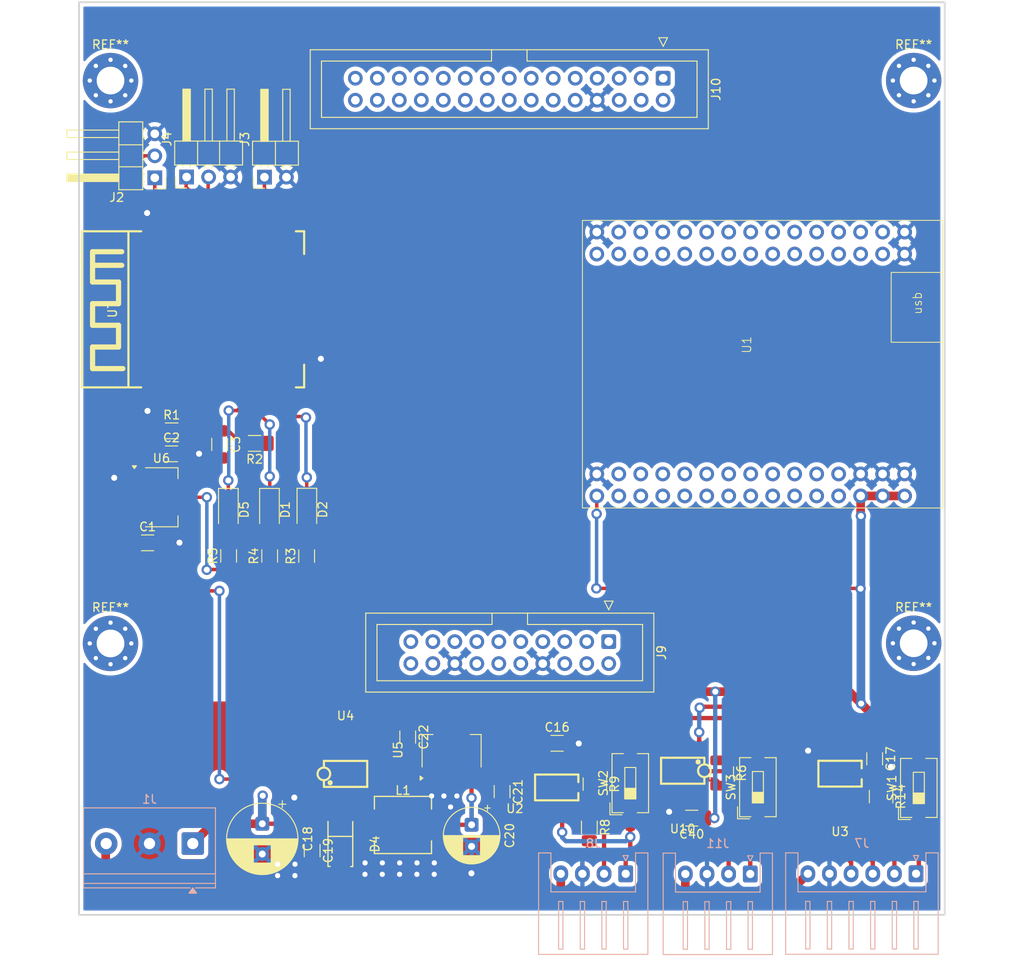
<source format=kicad_pcb>
(kicad_pcb (version 20241229) (generator "pcbnew") (generator_version "9.0")
  (layers (0 "F.Cu" signal) (2 "B.Cu" signal) (13 "F.Paste" user) (15 "B.Paste" user) (5 "F.SilkS" user "F.Silkscreen") (7 "B.SilkS" user "B.Silkscreen") (1 "F.Mask" user) (3 "B.Mask" user) (25 "Edge.Cuts" user))
  (net 0 "")
  (net 1 "GND")
  (net 2 "/SPI_I2C_UART_expansion/UART3_Tx")
  (net 3 "+12V")
  (net 4 "+5V")
  (net 5 "+3.3V")
  (net 6 "/SPI_I2C_UART_expansion/SPI1_MOSI")
  (net 7 "/SPI_I2C_UART_expansion/SPI1_CLK")
  (net 8 "/CAN/CAN_H")
  (net 9 "/CAN/CAN_L")
  (net 10 "Earth")
  (net 11 "/SPI_I2C_UART_expansion/SPI1_MISO")
  (net 12 "/SPI_I2C_UART_expansion/I2C1_SDA")
  (net 13 "/SPI_I2C_UART_expansion/SPI1_CS1")
  (net 14 "/SPI_I2C_UART_expansion/I2C1_SCL")
  (net 15 "/SPI_I2C_UART_expansion/UART6_Tx")
  (net 16 "/SPI_I2C_UART_expansion/UART3_Rx")
  (net 17 "/SPI_I2C_UART_expansion/UART6_Rx")
  (net 18 "/SPI_I2C_UART_expansion/SPI1_CS2")
  (net 19 "/RS485/DI")
  (net 20 "/RS485/RO")
  (net 21 "Net-(D4-K)")
  (net 22 "/CAN/CAN_RXD")
  (net 27 "/RS485/B2")
  (net 69 "/CAN/CAN_TXD")
  (net 74 "Net-(U7-EN)")
  (net 79 "/Esp32/SPI_MISO")
  (net 80 "/Esp32/SPI_MOSI")
  (net 87 "/Esp32/INDESP_LED0")
  (net 92 "Net-(U2-RS)")
  (net 94 "/RS485/B")
  (net 95 "/RS485/A")
  (net 96 "/RS485/Z")
  (net 97 "/RS485/Y")
  (net 104 "/Esp32/SPI_CS")
  (net 106 "/Esp32/SPI_CLK")
  (net 111 "+3.3VESP")
  (net 112 "/Esp32/INDESP_LED2")
  (net 113 "Net-(R9-Pad1)")
  (net 114 "Net-(R14-Pad1)")
  (net 115 "/Esp32/INDESP_LED1")
  (net 118 "/AuxIO/PB15(TIM1_CH3N)")
  (net 120 "/AuxIO/PA10(TIM1_CH3)")
  (net 122 "/AuxIO/PA8(TIM1_CH1)")
  (net 123 "/AuxIO/PA9(TIM1_CH2)")
  (net 125 "/AuxIO/PB13(TIM1_CH1N)")
  (net 133 "/AuxIO/PB14(TIM1_CH2N)")
  (net 146 "/SPI_I2C_UART_expansion/SPI1_CS4")
  (net 148 "/SPI_I2C_UART_expansion/SPI1_CS3")
  (net 149 "/RS485/A2")
  (net 150 "Net-(R6-Pad1)")
  (net 151 "/RS485/nRE{slash}DE")
  (net 152 "Net-(D1-A)")
  (net 153 "Net-(D2-A)")
  (net 154 "/Esp32/EN")
  (net 155 "Net-(D5-A)")
  (net 156 "Net-(J3-Pin_1)")
  (net 157 "Net-(J2-Pin_1)")
  (net 158 "Net-(J2-Pin_2)")
  (net 159 "Net-(J4-Pin_1)")
  (net 160 "Net-(J4-Pin_2)")
  (footprint "EasyEDA:SOIC-8_L5.0-W4.0-P1.27-LS6.0-BL" (layer "F.Cu") (at 130.79 133.72)
    (property "Reference" "U4")
    (property "Value" "XL1509-5.0E1")
  )
  (footprint "libMain:WeAct_STM32F12" (layer "F.Cu") (at 177.77 85.36 90)
    (property "Reference" "U1")
    (property "Value" "~")
  )
  (footprint "Button_Switch_SMD:SW_DIP_SPSTx01_Slide_6.7x4.1mm_W8.61mm_P2.54mm_LowProfile" (layer "F.Cu") (at 197.01 135.34 90)
    (property "Reference" "SW1")
    (property "Value" "SW_DIP_x01")
  )
  (footprint "Capacitor_SMD:C_1206_3216Metric_Pad1.33x1.80mm_HandSolder" (layer "F.Cu") (at 137.97 129.46 -90)
    (property "Reference" "C22")
    (property "Value" "10u")
  )
  (footprint "Resistor_SMD:R_1206_3216Metric_Pad1.30x1.75mm_HandSolder" (layer "F.Cu") (at 126.295 108.56 90)
    (property "Reference" "R3")
    (property "Value" "1k")
  )
  (footprint "LED_SMD:LED_1206_3216Metric_Pad1.42x1.75mm_HandSolder" (layer "F.Cu") (at 117.25 103.2025 -90)
    (property "Reference" "D5")
    (property "Value" "LED")
  )
  (footprint "Connector_PinHeader_2.54mm:PinHeader_1x03_P2.54mm_Horizontal" (layer "F.Cu") (at 112.43 64.77 90)
    (property "Reference" "J4")
    (property "Value" "Conn_01x03_Pin")
  )
  (footprint "LED_SMD:LED_1206_3216Metric_Pad1.42x1.75mm_HandSolder" (layer "F.Cu") (at 122 103.2075 -90)
    (property "Reference" "D1")
    (property "Value" "LED")
  )
  (footprint "MountingHole:MountingHole_3.2mm_M3_Pad_Via" (layer "F.Cu") (at 103.64 53.63)
    (property "Reference" "REF**")
    (property "Value" "MountingHole_3.2mm_M3_Pad_Via")
  )
  (footprint "Resistor_SMD:R_1206_3216Metric_Pad1.30x1.75mm_HandSolder" (layer "F.Cu") (at 120.285 95.54 180)
    (property "Reference" "R2")
    (property "Value" "470")
  )
  (footprint "MountingHole:MountingHole_3.2mm_M3_Pad_Via" (layer "F.Cu") (at 103.64 118.65)
    (property "Reference" "REF**")
    (property "Value" "MountingHole_3.2mm_M3_Pad_Via")
  )
  (footprint "Connector_IDC:IDC-Header_2x10_P2.54mm_Vertical" (layer "F.Cu") (at 161.19 118.44 -90)
    (property "Reference" "J9")
    (property "Value" "Conn_02x10_Odd_Even")
  )
  (footprint "Connector_PinHeader_2.54mm:PinHeader_1x02_P2.54mm_Horizontal" (layer "F.Cu") (at 121.42 64.79 90)
    (property "Reference" "J3")
    (property "Value" "Conn_01x02_Pin")
  )
  (footprint "Resistor_SMD:R_1206_3216Metric_Pad1.30x1.75mm_HandSolder" (layer "F.Cu") (at 110.705 94.09)
    (property "Reference" "R1")
    (property "Value" "10k")
  )
  (footprint "Resistor_SMD:R_1206_3216Metric_Pad1.30x1.75mm_HandSolder" (layer "F.Cu") (at 122.025 108.55 90)
    (property "Reference" "R4")
    (property "Value" "1k")
  )
  (footprint "Resistor_SMD:R_1210_3225Metric" (layer "F.Cu") (at 174.25 133.62 -90)
    (property "Reference" "R6")
    (property "Value" "120")
  )
  (footprint "EasyEDA:IND-SMD_L7.1-W6.6_H5.0" (layer "F.Cu") (at 137.42 139.62)
    (property "Reference" "L1")
    (property "Value" "SMMS0650-680M")
  )
  (footprint "Button_Switch_SMD:SW_DIP_SPSTx01_Slide_6.7x4.1mm_W8.61mm_P2.54mm_LowProfile" (layer "F.Cu") (at 163.68 134.79 90)
    (property "Reference" "SW2")
    (property "Value" "SW_DIP_x01")
  )
  (footprint "MountingHole:MountingHole_3.2mm_M3_Pad_Via" (layer "F.Cu") (at 196.412944 53.627056)
    (property "Reference" "REF**")
    (property "Value" "MountingHole_3.2mm_M3_Pad_Via")
  )
  (footprint "Resistor_SMD:R_1210_3225Metric" (layer "F.Cu") (at 159.59 134.895 -90)
    (property "Reference" "R9")
    (property "Value" "120")
  )
  (footprint "Capacitor_SMD:C_1206_3216Metric_Pad1.33x1.80mm_HandSolder" (layer "F.Cu") (at 107.925 107.0275)
    (property "Reference" "C1")
    (property "Value" "10u")
  )
  (footprint "Capacitor_THT:CP_Radial_D6.3mm_P2.50mm" (layer "F.Cu") (at 145.35 139.597621 -90)
    (property "Reference" "C20")
    (property "Value" "180uF-10V")
  )
  (footprint "Capacitor_SMD:C_1206_3216Metric_Pad1.33x1.80mm_HandSolder" (layer "F.Cu") (at 126.93 142.58 -90)
    (property "Reference" "C19")
    (property "Value" "1u-50V")
  )
  (footprint "Capacitor_SMD:C_1206_3216Metric_Pad1.33x1.80mm_HandSolder" (layer "F.Cu") (at 191.91 131.98 -90)
    (property "Reference" "C17")
    (property "Value" "0.1u")
  )
  (footprint "Capacitor_SMD:C_1206_3216Metric_Pad1.33x1.80mm_HandSolder" (layer "F.Cu") (at 148.87 135.77 -90)
    (property "Reference" "C21")
    (property "Value" "10u")
  )
  (footprint "Capacitor_THT:CP_Radial_D8.0mm_P3.50mm" (layer "F.Cu") (at 121.17 139.477349 -90)
    (property "Reference" "C18")
    (property "Value" "100uF-35V")
  )
  (footprint "Button_Switch_SMD:SW_DIP_SPSTx01_Slide_6.7x4.1mm_W8.61mm_P2.54mm_LowProfile" (layer "F.Cu") (at 178.42 135.255 90)
    (property "Reference" "SW3")
    (property "Value" "SW_DIP_x01")
  )
  (footprint "MountingHole:MountingHole_3.2mm_M3_Pad_Via" (layer "F.Cu") (at 196.412944 118.63)
    (property "Reference" "REF**")
    (property "Value" "MountingHole_3.2mm_M3_Pad_Via")
  )
  (footprint "Capacitor_SMD:C_1206_3216Metric_Pad1.33x1.80mm_HandSolder" (layer "F.Cu") (at 155.23 130.185)
    (property "Reference" "C16")
    (property "Value" "100n")
  )
  (footprint "EasyEDA:SOP-8_L4.9-W3.9-P1.27-LS6.0-BL" (layer "F.Cu") (at 187.91 133.705 180)
    (property "Reference" "U3")
    (property "Value" "SIT3490EESA")
  )
  (footprint "EasyEDA:SMA_L4.3-W2.6-LS5.2-RD" (layer "F.Cu") (at 130.19 141.82 -90)
    (property "Reference" "D4")
    (property "Value" "SS34_C8678")
  )
  (footprint "Connector_IDC:IDC-Header_2x15_P2.54mm_Vertical" (layer "F.Cu") (at 167.48 53.36 -90)
    (property "Reference" "J10")
    (property "Value" "Conn_02x15_Odd_Even")
  )
  (footprint "Capacitor_SMD:C_1206_3216Metric_Pad1.33x1.80mm_HandSolder" (layer "F.Cu") (at 170.78 138.83 180)
    (property "Reference" "C40")
    (property "Value" "0.1u")
  )
  (footprint "EasyEDA:SOIC-8_L5.0-W4.0-P1.27-LS6.0-BL" (layer "F.Cu") (at 169.735005 133.355 180)
    (property "Reference" "U10")
    (property "Value" "SP3485EN-L/TR")
  )
  (footprint "Resistor_SMD:R_1206_3216Metric_Pad1.30x1.75mm_HandSolder" (layer "F.Cu") (at 117.285 108.53625 90)
    (property "Reference" "R5")
    (property "Value" "1k")
  )
  (footprint "EasyEDA:WIFIM-SMD_ESP32-WROOM-32-N4" (layer "F.Cu") (at 116.875 80.05 90)
    (property "Reference" "U7")
    (property "Value" "ESP32-WROOM-32")
  )
  (footprint "Package_TO_SOT_SMD:SOT-223-3_TabPin2" (layer "F.Cu") (at 109.525 101.765)
    (property "Reference" "U6")
    (property "Value" "AMS1117-3.3")
  )
  (footprint "Capacitor_SMD:C_1206_3216Metric_Pad1.33x1.80mm_HandSolder" (layer "F.Cu") (at 116.245 95.6575 -90)
    (property "Reference" "C3")
    (property "Value" "0.1u")
  )
  (footprint "EasyEDA:SOP-8_L4.9-W3.9-P1.27-LS6.0-BL" (layer "F.Cu") (at 155.18 135.295 180)
    (property "Reference" "U2")
    (property "Value" "SIT65HVD230DR")
  )
  (footprint "Resistor_SMD:R_1210_3225Metric" (layer "F.Cu") (at 192.65 136.34 -90)
    (property "Reference" "R14")
    (property "Value" "120")
  )
  (footprint "Package_TO_SOT_SMD:SOT-223-3_TabPin2" (layer "F.Cu") (at 143.04 131.08 90)
    (property "Reference" "U5")
    (property "Value" "AMS1117-3.3")
  )
  (footprint "Resistor_SMD:R_1206_3216Metric_Pad1.30x1.75mm_HandSolder" (layer "F.Cu") (at 158.95 139.89 -90)
    (property "Reference" "R8")
    (property "Value" "10k")
  )
  (footprint "LED_SMD:LED_1206_3216Metric_Pad1.42x1.75mm_HandSolder" (layer "F.Cu") (at 126.32 103.19 -90)
    (property "Reference" "D2")
    (property "Value" "LED")
  )
  (footprint "Connector_PinHeader_2.54mm:PinHeader_1x03_P2.54mm_Horizontal" (layer "F.Cu") (at 108.75 64.86 180)
    (property "Reference" "J2")
    (property "Value" "Conn_01x03_Pin")
  )
  (footprint "Capacitor_SMD:C_1206_3216Metric_Pad1.33x1.80mm_HandSolder" (layer "F.Cu") (at 110.685 96.7475)
    (property "Reference" "C2")
    (property "Value" "10u")
  )
  (footprint "Connector_JST:JST_XH_S4B-XH-A_1x04_P2.50mm_Horizontal" (layer "B.Cu") (at 177.54 145.28 180)
    (property "Reference" "J11")
    (property "Value" "Conn_01x04_Pin")
  )
  (footprint "Connector_JST:JST_XH_S6B-XH-A_1x06_P2.50mm_Horizontal" (layer "B.Cu") (at 196.69 145.25 180)
    (property "Reference" "J7")
    (property "Value" "Conn_01x06_Pin")
  )
  (footprint "TerminalBlock_Phoenix:TerminalBlock_Phoenix_PT-1,5-3-5.0-H_1x03_P5.00mm_Horizontal" (layer "B.Cu") (at 113.14 141.7675 180)
    (property "Reference" "J1")
    (property "Value" "Screw_Terminal_01x03")
  )
  (footprint "Connector_JST:JST_XH_S4B-XH-A_1x04_P2.50mm_Horizontal" (layer "B.Cu") (at 163.15 145.26 180)
    (property "Reference" "J8")
    (property "Value" "Conn_01x04_Pin")
  )
  (gr_rect (start 100 44.58) (end 200 150) (stroke (width 0.2)) (fill no) (layer "Edge.Cuts"))
  (segment (start 107.865 91.74) (end 107.865 89.05) (width 0.5) (layer "F.Cu") (net 1))
  (segment (start 126.93 144.1425) (end 122.335151 144.1425) (width 0.5) (layer "F.Cu") (net 1))
  (segment (start 137.9575 131.01) (end 137.97 131.0225) (width 0.5) (layer "F.Cu") (net 1))
  (segment (start 184.235 131.025) (end 184.22 131.04) (width 0.5) (layer "F.Cu") (net 1))
  (segment (start 109.045 80.73) (end 107.865 81.91) (width 0.5) (layer "F.Cu") (net 1))
  (segment (start 112.2475 96.7475) (end 113.855 96.7475) (width 0.5) (layer "F.Cu") (net 1))
  (segment (start 168.165 138.095) (end 168.9 138.83) (width 0.5) (layer "F.Cu") (net 1))
  (segment (start 168.9 138.83) (end 169.83 138.83) (width 0.5) (layer "F.Cu") (net 1))
  (segment (start 140.74 134.23) (end 140.74 136.26) (width 0.5) (layer "F.Cu") (net 1))
  (segment (start 106.375 99.465) (end 104.1175 99.465) (width 0.5) (layer "F.Cu") (net 1))
  (segment (start 130.19 144.02) (end 127.0525 144.02) (width 0.5) (layer "F.Cu") (net 1))
  (segment (start 113.855 96.7475) (end 113.865 96.7375) (width 0.5) (layer "F.Cu") (net 1))
  (segment (start 104.1175 99.465) (end 104.065 99.5175) (width 0.5) (layer "F.Cu") (net 1))
  (segment (start 115.215 80.73) (end 109.045 80.73) (width 0.5) (layer "F.Cu") (net 1))
  (segment (start 127.9375 85.77) (end 125.885 85.77) (width 0.5) (layer "F.Cu") (net 1))
  (segment (start 157.73 130.21) (end 156.205 130.21) (width 0.5) (layer "F.Cu") (net 1))
  (segment (start 143.427621 144.02) (end 145.35 142.097621) (width 0.5) (layer "F.Cu") (net 1))
  (segment (start 120.5 85.77) (end 115.46 80.73) (width 0.5) (layer "F.Cu") (net 1))
  (segment (start 127.0525 144.02) (end 126.93 144.1425) (width 0.5) (layer "F.Cu") (net 1))
  (segment (start 148.87 140.04) (end 148.87 137.3325) (width 0.5) (layer "F.Cu") (net 1))
  (segment (start 128.88 131.01) (end 137.9575 131.01) (width 0.5) (layer "F.Cu") (net 1))
  (segment (start 137.97 131.0225) (end 137.97 132.6) (width 0.5) (layer "F.Cu") (net 1))
  (segment (start 108.92 80.73) (end 107.865 79.675) (width 0.5) (layer "F.Cu") (net 1))
  (segment (start 107.865 79.675) (end 107.865 71.05) (width 0.5) (layer "F.Cu") (net 1))
  (segment (start 116.23 145.27) (end 118.522651 142.977349) (width 1) (layer "F.Cu") (net 1))
  (segment (start 109.4 145.27) (end 116.23 145.27) (width 1) (layer "F.Cu") (net 1))
  (segment (start 156.205 130.21) (end 156.18 130.185) (width 0.5) (layer "F.Cu") (net 1))
  (segment (start 107.865 68.9275) (end 107.865 71.05) (width 0.5) (layer "F.Cu") (net 1))
  (segment (start 107.865 81.91) (end 107.865 89.05) (width 0.5) (layer "F.Cu") (net 1))
  (segment (start 125.885 85.77) (end 120.5 85.77) (width 0.5) (layer "F.Cu") (net 1))
  (segment (start 114.3475 97.22) (end 113.865 96.7375) (width 0.4) (layer "F.Cu") (net 1))
  (segment (start 145.35 142.097621) (end 146.812379 142.097621) (width 0.5) (layer "F.Cu") (net 1))
  (segment (start 156.18 130.96) (end 156.18 130.185) (width 0.5) (layer "F.Cu") (net 1))
  (segment (start 158.95 142.15) (end 158.15 142.95) (width 0.5) (layer "F.Cu") (net 1))
  (segment (start 155.81 132.615) (end 155.81 131.33) (width 0.5) (layer "F.Cu") (net 1))
  (segment (start 108.07 143.94) (end 109.4 145.27) (width 1) (layer "F.Cu") (net 1))
  (segment (start 146.812379 142.097621) (end 148.87 140.04) (width 0.5) (layer "F.Cu") (net 1))
  (segment (start 193.77 132.93) (end 193.79 132.91) (width 0.5) (layer "F.Cu") (net 1))
  (segment (start 111.5875 107.0275) (end 111.605 107.01) (width 0.4) (layer "F.Cu") (net 1))
  (segment (start 158.15 142.95) (end 158.15 145.26) (width 0.5) (layer "F.Cu") (net 1))
  (segment (start 191.91 132.93) (end 193.77 132.93) (width 0.5) (layer "F.Cu") (net 1))
  (segment (start 115.215 80.73) (end 108.92 80.73) (width 0.5) (layer "F.Cu") (net 1))
  (segment (start 168.165 138.095) (end 167.835005 137.765005) (width 0.5) (layer "F.Cu") (net 1))
  (segment (start 118.522651 142.977349) (end 121.17 142.977349) (width 1) (layer "F.Cu") (net 1))
  (segment (start 186.01 131.025) (end 184.235 131.025) (width 0.5) (layer "F.Cu") (net 1))
  (segment (start 115.46 80.73) (end 115.215 80.73) (width 0.5) (layer "F.Cu") (net 1))
  (segment (start 116.245 97.22) (end 114.3475 97.22) (width 0.4) (layer "F.Cu") (net 1))
  (segment (start 122.335151 144.1425) (end 121.17 142.977349) (width 0.5) (layer "F.Cu") (net 1))
  (segment (start 130.19 144.02) (end 143.427621 144.02) (width 0.5) (layer "F.Cu") (net 1))
  (segment (start 108.07 141.8275) (end 108.07 143.94) (width 1) (layer "F.Cu") (net 1))
  (segment (start 167.835005 137.765005) (end 167.835005 136.065) (width 0.5) (layer "F.Cu") (net 1))
  (segment (start 109.4875 107.0275) (end 111.5875 107.0275) (width 0.4) (layer "F.Cu") (net 1))
  (segment (start 155.81 131.33) (end 156.18 130.96) (width 0.5) (layer "F.Cu") (net 1))
  (segment (start 139.6 134.23) (end 140.74 134.23) (width 0.5) (layer "F.Cu") (net 1))
  (segment (start 158.95 141.44) (end 158.95 142.15) (width 0.5) (layer "F.Cu") (net 1))
  (segment (start 137.97 132.6) (end 139.6 134.23) (width 0.5) (layer "F.Cu") (net 1))
  (segment (start 140.74 136.26) (end 140.73 136.27) (width 0.5) (layer "F.Cu") (net 1))
  (via (at 111.605 107.01) (size 1.2) (drill 0.7) (layers "F.Cu" "B.Cu") (net 1))
  (via (at 122.95 144.15) (size 1) (drill 0.6) (layers "F.Cu" "B.Cu") (net 1))
  (via (at 127.9375 85.77) (size 1.2) (drill 0.7) (layers "F.Cu" "B.Cu") (net 1))
  (via (at 135.04 144) (size 1) (drill 0.6) (layers "F.Cu" "B.Cu") (net 1))
  (via (at 143.65 136.27) (size 1) (drill 0.6) (layers "F.Cu" "B.Cu") (net 1))
  (via (at 133.03 145.32) (size 1) (drill 0.6) (layers "F.Cu" "B.Cu") (net 1))
  (via (at 145.33 145.2) (size 1.2) (drill 0.7) (layers "F.Cu" "B.Cu") (net 1))
  (via (at 107.915 91.79) (size 1.2) (drill 0.7) (layers "F.Cu" "B.Cu") (net 1))
  (via (at 142.92 137.54) (size 1) (drill 0.6) (layers "F.Cu" "B.Cu") (net 1))
  (via (at 104.065 99.5175) (size 1.2) (drill 0.7) (layers "F.Cu" "B.Cu") (net 1))
  (via (at 135.03 145.32) (size 1) (drill 0.6) (layers "F.Cu" "B.Cu") (net 1))
  (via (at 124.95 144.15) (size 1) (drill 0.6) (layers "F.Cu" "B.Cu") (net 1))
  (via (at 113.865 96.7375) (size 1.2) (drill 0.7) (layers "F.Cu" "B.Cu") (net 1))
  (via (at 124.87 136.45) (size 1.2) (drill 0.7) (layers "F.Cu" "B.Cu") (net 1))
  (via (at 133.04 144) (size 1) (drill 0.6) (layers "F.Cu" "B.Cu") (net 1))
  (via (at 107.865 68.9275) (size 1.2) (drill 0.7) (layers "F.Cu" "B.Cu") (net 1))
  (via (at 139.03 145.32) (size 1) (drill 0.6) (layers "F.Cu" "B.Cu") (net 1))
  (via (at 184.22 131.04) (size 1.2) (drill 0.7) (layers "F.Cu" "B.Cu") (net 1))
  (via (at 157.73 130.21) (size 1.2) (drill 0.7) (layers "F.Cu" "B.Cu") (net 1))
  (via (at 124.94 145.47) (size 1) (drill 0.6) (layers "F.Cu" "B.Cu") (net 1))
  (via (at 137.03 145.32) (size 1) (drill 0.6) (layers "F.Cu" "B.Cu") (net 1))
  (via (at 141.04 144) (size 1) (drill 0.6) (layers "F.Cu" "B.Cu") (net 1))
  (via (at 122.94 145.47) (size 1) (drill 0.6) (layers "F.Cu" "B.Cu") (net 1))
  (via (at 139.04 144) (size 1) (drill 0.6) (layers "F.Cu" "B.Cu") (net 1))
  (via (at 142.15 136.27) (size 1) (drill 0.6) (layers "F.Cu" "B.Cu") (net 1))
  (via (at 193.79 132.91) (size 1.2) (drill 0.7) (layers "F.Cu" "B.Cu") (net 1))
  (via (at 168.165 138.095) (size 1.2) (drill 0.7) (layers "F.Cu" "B.Cu") (net 1))
  (via (at 140.73 136.27) (size 1) (drill 0.6) (layers "F.Cu" "B.Cu") (net 1))
  (via (at 137.04 144) (size 1) (drill 0.6) (layers "F.Cu" "B.Cu") (net 1))
  (via (at 141.03 145.32) (size 1) (drill 0.6) (layers "F.Cu" "B.Cu") (net 1))
  (segment (start 145.35 142.097621) (end 145.35 145.18) (width 0.5) (layer "B.Cu") (net 1))
  (segment (start 145.35 145.18) (end 145.33 145.2) (width 0.5) (layer "B.Cu") (net 1))
  (segment (start 126.93 139.13) (end 126.93 138.38) (width 0.5) (layer "F.Cu") (net 3))
  (segment (start 126.93 138.38) (end 128.88 136.43) (width 0.5) (layer "F.Cu") (net 3))
  (segment (start 121.17 139.477349) (end 126.582651 139.477349) (width 0.5) (layer "F.Cu") (net 3))
  (segment (start 121.17 139.477349) (end 121.17 136.29) (width 1) (layer "F.Cu") (net 3))
  (segment (start 121.17 136.29) (end 121.22 136.24) (width 1) (layer "F.Cu") (net 3))
  (segment (start 126.582651 139.477349) (end 126.93 139.13) (width 0.5) (layer "F.Cu") (net 3))
  (segment (start 113.07 141.8275) (end 115.420151 139.477349) (width 1) (layer "F.Cu") (net 3))
  (segment (start 126.93 141.0175) (end 126.93 139.13) (width 0.5) (layer "F.Cu") (net 3))
  (segment (start 115.420151 139.477349) (end 121.17 139.477349) (width 1) (layer "F.Cu") (net 3))
  (via (at 121.22 136.24) (size 1.2) (drill 0.7) (layers "F.Cu" "B.Cu") (net 3))
  (segment (start 121.17 136.29) (end 121.22 136.24) (width 1) (layer "B.Cu") (net 3))
  (segment (start 121.17 139.477349) (end 121.17 136.29) (width 1) (layer "B.Cu") (net 3))
  (segment (start 106.3625 104.0775) (end 106.375 104.065) (width 0.5) (layer "F.Cu") (net 4))
  (segment (start 145.34 134.23) (end 145.34 136.5) (width 0.5) (layer "F.Cu") (net 4))
  (segment (start 145.34 136.5) (end 145.34 139.587621) (width 0.5) (layer "F.Cu") (net 4))
  (segment (start 140.33 138.66) (end 140.33 139.62) (width 0.5) (layer "F.Cu") (net 4))
  (segment (start 136 134.33) (end 140.33 138.66) (width 0.5) (layer "F.Cu") (net 4))
  (segment (start 140.352379 139.597621) (end 140.33 139.62) (width 0.5) (layer "F.Cu") (net 4))
  (segment (start 106.3625 110.7925) (end 108.15 112.58) (width 0.4) (layer "F.Cu") (net 4))
  (segment (start 131.87 134.33) (end 136 134.33) (width 0.5) (layer "F.Cu") (net 4))
  (segment (start 118.09 134.32) (end 118.1 134.33) (width 0.4) (layer "F.Cu") (net 4))
  (segment (start 131.42 134.78) (end 131.87 134.33) (width 0.5) (layer "F.Cu") (net 4))
  (segment (start 106.3625 107.0275) (end 106.3625 110.7925) (width 0.4) (layer "F.Cu") (net 4))
  (segment (start 145.34 139.587621) (end 145.35 139.597621) (width 0.5) (layer "F.Cu") (net 4))
  (segment (start 145.3625 134.2075) (end 145.34 134.23) (width 0.5) (layer "F.Cu") (net 4))
  (segment (start 131.42 136.43) (end 131.42 134.78) (width 0.5) (layer "F.Cu") (net 4))
  (segment (start 116.22 134.32) (end 118.09 134.32) (width 0.4) (layer "F.Cu") (net 4))
  (segment (start 145.35 139.597621) (end 140.352379 139.597621) (width 0.5) (layer "F.Cu") (net 4))
  (segment (start 118.1 134.33) (end 131.87 134.33) (width 0.4) (layer "F.Cu") (net 4))
  (segment (start 108.15 112.58) (end 116.22 112.58) (width 0.4) (layer "F.Cu") (net 4))
  (segment (start 148.87 134.2075) (end 145.3625 134.2075) (width 0.5) (layer "F.Cu") (net 4))
  (segment (start 106.3625 107.0275) (end 106.3625 104.0775) (width 0.5) (layer "F.Cu") (net 4))
  (via (at 116.22 134.32) (size 1.2) (drill 0.7) (layers "F.Cu" "B.Cu") (net 4))
  (via (at 145.34 136.5) (size 1.2) (drill 0.7) (layers "F.Cu" "B.Cu") (net 4))
  (via (at 116.22 112.58) (size 1.2) (drill 0.7) (layers "F.Cu" "B.Cu") (net 4))
  (segment (start 116.22 134.32) (end 116.22 112.58) (width 0.4) (layer "B.Cu") (net 4))
  (segment (start 145.35 136.51) (end 145.34 136.5) (width 0.5) (layer "B.Cu") (net 4))
  (segment (start 145.35 139.597621) (end 145.35 136.51) (width 0.5) (layer "B.Cu") (net 4))
  (segment (start 169.46 124.22) (end 173.5 124.22) (width 1) (layer "F.Cu") (net 5))
  (segment (start 173.49 124.44) (end 173.49 124.489) (width 0.5) (layer "F.Cu") (net 5))
  (segment (start 154.32 127.93) (end 155.11 127.14) (width 1) (layer "F.Cu") (net 5))
  (segment (start 171.73 138.83) (end 173.38 138.83) (width 0.5) (layer "F.Cu") (net 5))
  (segment (start 191.91 131.03) (end 189.825 131.03) (width 0.5) (layer "F.Cu") (net 5))
  (segment (start 171.73 138.83) (end 171.73 136.149995) (width 0.5) (layer "F.Cu") (net 5))
  (segment (start 173.5 124.43) (end 173.49 124.44) (width 0.5) (layer "F.Cu") (net 5))
  (segment (start 190.29 101.61) (end 190.29 103.9) (width 1) (layer "F.Cu") (net 5))
  (segment (start 143.04 134.23) (end 143.04 127.93) (width 0.5) (layer "F.Cu") (net 5))
  (segment (start 166.54 127.14) (end 169.46 124.22) (width 1) (layer "F.Cu") (net 5))
  (segment (start 159.76 112.29) (end 190.25 112.29) (width 0.4) (layer "F.Cu") (net 5))
  (segment (start 137.97 127.8975) (end 143.0075 127.8975) (width 0.5) (layer "F.Cu") (net 5))
  (segment (start 190.25 112.29) (end 190.28 112.32) (width 0.4) (layer "F.Cu") (net 5))
  (segment (start 154.55 131.255) (end 154.55 132.615) (width 0.5) (layer "F.Cu") (net 5))
  (segment (start 159.81 101.61) (end 159.81 103.66) (width 0.4) (layer "F.Cu") (net 5))
  (segment (start 191.91 127.16) (end 191.91 131.03) (width 1) (layer "F.Cu") (net 5))
  (segment (start 159.81 103.66) (end 159.79 103.68) (width 0.4) (layer "F.Cu") (net 5))
  (segment (start 154.28 130.185) (end 154.28 130.985) (width 0.5) (layer "F.Cu") (net 5))
  (segment (start 143.0075 127.8975) (end 143.04 127.93) (width 0.5) (layer "F.Cu") (net 5))
  (segment (start 154.28 127.97) (end 154.28 130.185) (width 0.5) (layer "F.Cu") (net 5))
  (segment (start 173.5 124.22) (end 188.97 124.22) (width 1) (layer "F.Cu") (net 5))
  (segment (start 195.37 101.61) (end 190.29 101.61) (width 1) (layer "F.Cu") (net 5))
  (segment (start 190.29 103.9) (end 190.32 103.93) (width 1) (layer "F.Cu") (net 5))
  (segment (start 173.38 138.83) (end 173.39 138.82) (width 0.5) (layer "F.Cu") (net 5))
  (segment (start 154.32 127.93) (end 154.28 127.97) (width 0.5) (layer "F.Cu") (net 5))
  (segment (start 189.825 131.03) (end 189.82 131.025) (width 0.5) (layer "F.Cu") (net 5))
  (segment (start 155.11 127.14) (end 166.54 127.14) (width 1) (layer "F.Cu") (net 5))
  (segment (start 154.32 127.93) (end 143.04 127.93) (width 1) (layer "F.Cu") (net 5))
  (segment (start 188.97 124.22) (end 191.91 127.16) (width 1) (layer "F.Cu") (net 5))
  (segment (start 154.28 130.985) (end 154.55 131.255) (width 0.5) (layer "F.Cu") (net 5))
  (segment (start 173.5 124.22) (end 173.5 124.43) (width 0.5) (layer "F.Cu") (net 5))
  (via (at 190.345 125.595) (size 1.2) (drill 0.7) (layers "F.Cu" "B.Cu") (net 5))
  (via (at 190.32 103.93) (size 1.2) (drill 0.7) (layers "F.Cu" "B.Cu") (net 5))
  (via (at 159.76 112.29) (size 1.2) (drill 0.7) (layers "F.Cu" "B.Cu") (net 5))
  (via (at 173.5 124.22) (size 1.2) (drill 0.7) (layers "F.Cu" "B.Cu") (net 5))
  (via (at 173.39 138.82) (size 1.2) (drill 0.7) (layers "F.Cu" "B.Cu") (net 5))
  (via (at 190.28 112.32) (size 1.2) (drill 0.7) (layers "F.Cu" "B.Cu") (net 5))
  (via (at 159.79 103.68) (size 1.2) (drill 0.7) (layers "F.Cu" "B.Cu") (net 5))
  (segment (start 159.79 103.68) (end 159.79 112.26) (width 0.4) (layer "B.Cu") (net 5))
  (segment (start 173.5 124.43) (end 173.49 124.44) (width 0.5) (layer "B.Cu") (net 5))
  (segment (start 173.49 124.44) (end 173.49 138.72) (width 0.5) (layer "B.Cu") (net 5))
  (segment (start 159.79 112.26) (end 159.76 112.29) (width 0.4) (layer "B.Cu") (net 5))
  (segment (start 173.5 124.22) (end 173.5 124.43) (width 0.5) (layer "B.Cu") (net 5))
  (segment (start 190.345 125.345) (end 190.32 125.32) (width 1) (layer "B.Cu") (net 5))
  (segment (start 190.32 125.32) (end 190.32 103.93) (width 1) (layer "B.Cu") (net 5))
  (segment (start 190.345 125.595) (end 190.345 125.345) (width 1) (layer "B.Cu") (net 5))
  (segment (start 173.49 138.72) (end 173.39 138.82) (width 0.5) (layer "B.Cu") (net 5))
  (segment (start 163.15 142.995) (end 163.15 145.26) (width 0.5) (layer "F.Cu") (net 8))
  (segment (start 163.68 141.485) (end 163.68 142.465) (width 0.5) (layer "F.Cu") (net 8))
  (segment (start 155.81 140.46) (end 155.81 140.685) (width 0.5) (layer "F.Cu") (net 8))
  (segment (start 155.81 137.975) (end 155.81 140.46) (width 0.5) (layer "F.Cu") (net 8))
  (segment (start 163.68 142.465) (end 163.15 142.995) (width 0.5) (layer "F.Cu") (net 8))
  (segment (start 163.68 139.095) (end 163.68 141) (width 0.5) (layer "F.Cu") (net 8))
  (segment (start 163.68 141) (end 163.68 141.485) (width 0.5) (layer "F.Cu") (net 8))
  (via (at 163.68 141) (size 1.2) (drill 0.7) (layers "F.Cu" "B.Cu") (net 8))
  (via (at 155.81 140.46) (size 1.2) (drill 0.7) (layers "F.Cu" "B.Cu") (net 8))
  (segment (start 156.235 141.495) (end 155.81 141.07) (width 0.5) (layer "B.Cu") (net 8))
  (segment (start 155.81 141.07) (end 155.81 140.46) (width 0.5) (layer "B.Cu") (net 8))
  (segment (start 163.68 141) (end 163.185 141.495) (width 0.5) (layer "B.Cu") (net 8))
  (segment (start 163.185 141.495) (end 156.235 141.495) (width 0.5) (layer "B.Cu") (net 8))
  (segment (start 154.9975 136.3575) (end 159.59 136.3575) (width 0.5) (layer "F.Cu") (net 9))
  (segment (start 159.59 136.3575) (end 160.65 137.4175) (width 0.5) (layer "F.Cu") (net 9))
  (segment (start 154.55 136.805) (end 154.9975 136.3575) (width 0.5) (layer "F.Cu") (net 9))
  (segment (start 160.65 138.875) (end 160.65 138.965) (width 0.5) (layer "F.Cu") (net 9))
  (segment (start 160.65 137.4175) (end 160.65 138.965) (width 0.5) (layer "F.Cu") (net 9))
  (segment (start 160.65 138.965) (end 160.65 145.26) (width 0.5) (layer "F.Cu") (net 9))
  (segment (start 154.55 137.975) (end 154.55 136.805) (width 0.5) (layer "F.Cu") (net 9))
  (segment (start 170.05 147.32) (end 155.67 147.32) (width 1) (layer "F.Cu") (net 10))
  (segment (start 184.19 145.25) (end 182.12 147.32) (width 1) (layer "F.Cu") (net 10))
  (segment (start 155.65 147.3) (end 155.67 147.32) (width 1) (layer "F.Cu") (net 10))
  (segment (start 182.12 147.32) (end 170.05 147.32) (width 1) (layer "F.Cu") (net 10))
  (segment (start 155.65 147.3) (end 105.12 147.3) (width 1) (layer "F.Cu") (net 10))
  (segment (start 170.04 145.28) (end 170.04 147.31) (width 1) (layer "F.Cu") (net 10))
  (segment (start 103.08 145.26) (end 103.08 142.65) (width 1) (layer "F.Cu") (net 10))
  (segment (start 155.65 145.26) (end 155.65 147.3) (width 1) (layer "F.Cu") (net 10))
  (segment (start 105.12 147.3) (end 103.08 145.26) (width 1) (layer "F.Cu") (net 10))
  (segment (start 170.04 147.31) (end 170.05 147.32) (width 1) (layer "F.Cu") (net 10))
  (segment (start 167.835005 128.604995) (end 169.17 127.27) (width 0.5) (layer "F.Cu") (net 19))
  (segment (start 167.835005 130.645) (end 167.835005 128.604995) (width 0.5) (layer "F.Cu") (net 19))
  (segment (start 169.17 127.27) (end 185.65 127.27) (width 0.5) (layer "F.Cu") (net 19))
  (segment (start 187.28 128.9) (end 187.28 131.025) (width 0.5) (layer "F.Cu") (net 19))
  (segment (start 185.65 127.27) (end 187.28 128.9) (width 0.5) (layer "F.Cu") (net 19))
  (segment (start 171.645005 130.645) (end 171.645005 128.905005) (width 0.5) (layer "F.Cu") (net 20))
  (segment (start 188.54 127.78) (end 188.54 131.025) (width 0.5) (layer "F.Cu") (net 20))
  (segment (start 171.81 125.96) (end 186.72 125.96) (width 0.5) (layer "F.Cu") (net 20))
  (segment (start 171.7 126.07) (end 171.81 125.96) (width 0.5) (layer "F.Cu") (net 20))
  (segment (start 186.72 125.96) (end 188.54 127.78) (width 0.5) (layer "F.Cu") (net 20))
  (segment (start 171.645005 128.905005) (end 171.64 128.9) (width 0.5) (layer "F.Cu") (net 20))
  (via (at 171.64 128.9) (size 1.2) (drill 0.7) (layers "F.Cu" "B.Cu") (net 20))
  (via (at 171.7 126.07) (size 1.2) (drill 0.7) (layers "F.Cu" "B.Cu") (net 20))
  (segment (start 171.7 126.07) (end 171.7 126.17) (width 0.5) (layer "B.Cu") (net 20))
  (segment (start 171.64 126.23) (end 171.64 128.9) (width 0.5) (layer "B.Cu") (net 20))
  (segment (start 171.7 126.17) (end 171.64 126.23) (width 0.5) (layer "B.Cu") (net 20))
  (segment (start 134.51 139.62) (end 130.19 139.62) (width 0.5) (layer "F.Cu") (net 21))
  (segment (start 130.19 136.46) (end 130.16 136.43) (width 0.5) (layer "F.Cu") (net 21))
  (segment (start 130.19 139.62) (end 130.19 136.46) (width 0.5) (layer "F.Cu") (net 21))
  (segment (start 170.81 134.36) (end 173.5275 134.36) (width 0.5) (layer "F.Cu") (net 27))
  (segment (start 174.25 135.0825) (end 175.04 135.8725) (width 0.5) (layer "F.Cu") (net 27))
  (segment (start 175.04 135.8725) (end 175.04 145.28) (width 0.5) (layer "F.Cu") (net 27))
  (segment (start 170.365005 136.065) (end 170.365005 134.804995) (width 0.5) (layer "F.Cu") (net 27))
  (segment (start 170.365005 134.804995) (end 170.81 134.36) (width 0.5) (layer "F.Cu") (net 27))
  (segment (start 173.5275 134.36) (end 174.25 135.0825) (width 0.5) (layer "F.Cu") (net 27))
  (segment (start 116.245 94.095) (end 112.26 94.095) (width 0.4) (layer "F.Cu") (net 74))
  (segment (start 112.26 94.095) (end 112.255 94.09) (width 0.4) (layer "F.Cu") (net 74))
  (segment (start 118.735 95.54) (end 117.29 94.095) (width 0.4) (layer "F.Cu") (net 74))
  (segment (start 110.405 89.05) (end 110.405 91.31) (width 0.4) (layer "F.Cu") (net 74))
  (segment (start 110.405 91.31) (end 112.255 93.16) (width 0.4) (layer "F.Cu") (net 74))
  (segment (start 112.255 93.16) (end 112.255 94.09) (width 0.4) (layer "F.Cu") (net 74))
  (segment (start 117.29 94.095) (end 116.245 94.095) (width 0.4) (layer "F.Cu") (net 74))
  (segment (start 119.295 90.72) (end 118.365 91.65) (width 0.4) (layer "F.Cu") (net 87))
  (segment (start 117.245 101.65875) (end 117.295 101.70875) (width 0.4) (layer "F.Cu") (net 87))
  (segment (start 118.265 91.75) (end 117.295 91.75) (width 0.4) (layer "F.Cu") (net 87))
  (segment (start 117.245 99.82) (end 117.245 101.65875) (width 0.4) (layer "F.Cu") (net 87))
  (segment (start 118.365 91.65) (end 118.265 91.75) (width 0.4) (layer "F.Cu") (net 87))
  (segment (start 119.295 89.05) (end 119.295 90.72) (width 0.4) (layer "F.Cu") (net 87))
  (via (at 117.295 91.75) (size 1.2) (drill 0.7) (layers "F.Cu" "B.Cu") (net 87))
  (via (at 117.245 99.82) (size 1.2) (drill 0.7) (layers "F.Cu" "B.Cu") (net 87))
  (segment (start 117.295 91.75) (end 117.295 99.77) (width 0.4) (layer "B.Cu") (net 87))
  (segment (start 117.295 99.77) (end 117.245 99.82) (width 0.4) (layer "B.Cu") (net 87))
  (segment (start 158.96 138.355) (end 158.04 138.355) (width 0.5) (layer "F.Cu") (net 92))
  (segment (start 157.66 137.975) (end 157.09 137.975) (width 0.5) (layer "F.Cu") (net 92))
  (segment (start 157.0975 137.9675) (end 157.09 137.975) (width 0.152) (layer "F.Cu") (net 92))
  (segment (start 158.04 138.355) (end 157.66 137.975) (width 0.5) (layer "F.Cu") (net 92))
  (segment (start 188.54 137.91) (end 192.665 142.035) (width 0.5) (layer "F.Cu") (net 94))
  (segment (start 192.65 142.02) (end 192.665 142.035) (width 0.5) (layer "F.Cu") (net 94))
  (segment (start 194.19 143.56) (end 194.19 145.25) (width 0.5) (layer "F.Cu") (net 94))
  (segment (start 192.665 142.035) (end 194.19 143.56) (width 0.5) (layer "F.Cu") (net 94))
  (segment (start 188.54 136.385) (end 188.54 137.91) (width 0.5) (layer "F.Cu") (net 94))
  (segment (start 192.65 137.8025) (end 192.65 142.02) (width 0.5) (layer "F.Cu") (net 94))
  (segment (start 197.01 139.645) (end 197.01 144.93) (width 0.5) (layer "F.Cu") (net 95))
  (segment (start 197.01 137.18) (end 197.01 139.645) (width 0.5) (layer "F.Cu") (net 95))
  (segment (start 189.82 136.385) (end 196.215 136.385) (width 0.5) (layer "F.Cu") (net 95))
  (segment (start 197.01 144.93) (end 196.69 145.25) (width 0.5) (layer "F.Cu") (net 95))
  (segment (start 196.215 136.385) (end 197.01 137.18) (width 0.5) (layer "F.Cu") (net 95))
  (segment (start 187.28 139.43) (end 191.69 143.84) (width 0.5) (layer "F.Cu") (net 96))
  (segment (start 187.28 136.385) (end 187.28 139.43) (width 0.5) (layer "F.Cu") (net 96))
  (segment (start 191.69 143.84) (end 191.69 145.25) (width 0.5) (layer "F.Cu") (net 96))
  (segment (start 186.01 136.385) (end 186.01 140.77) (width 0.5) (layer "F.Cu") (net 97))
  (segment (start 189.19 143.95) (end 189.19 145.25) (width 0.5) (layer "F.Cu") (net 97))
  (segment (start 186.01 140.77) (end 189.19 143.95) (width 0.5) (layer "F.Cu") (net 97))
  (segment (start 109.135 89.05) (end 109.135 96.735) (width 0.4) (layer "F.Cu") (net 111))
  (segment (start 109.1225 96.7475) (end 109.1225 101.6575) (width 0.4) (layer "F.Cu") (net 111))
  (segment (start 109.135 96.735) (end 109.1225 96.7475) (width 0.4) (layer "F.Cu") (net 111))
  (segment (start 112.675 101.765) (end 109.015 101.765) (width 0.5) (layer "F.Cu") (net 111))
  (segment (start 109.015 101.765) (end 106.375 101.765) (width 0.5) (layer "F.Cu") (net 111))
  (segment (start 109.1225 101.6575) (end 109.015 101.765) (width 0.4) (layer "F.Cu") (net 111))
  (segment (start 112.675 101.765) (end 114.76 101.765) (width 0.4) (layer "F.Cu") (net 111))
  (segment (start 114.785 110.11) (end 126.295 110.11) (width 0.4) (layer "F.Cu") (net 111))
  (segment (start 114.76 101.765) (end 114.765 101.76) (width 0.4) (layer "F.Cu") (net 111))
  (segment (start 114.755 110.14) (end 114.785 110.11) (width 0.4) (layer "F.Cu") (net 111))
  (via (at 114.755 110.14) (size 1.2) (drill 0.7) (layers "F.Cu" "B.Cu") (net 111))
  (via (at 114.765 101.76) (size 1.2) (drill 0.7) (layers "F.Cu" "B.Cu") (net 111))
  (segment (start 114.765 110.13) (end 114.755 110.14) (width 0.4) (layer "B.Cu") (net 111))
  (segment (start 114.765 101.76) (end 114.765 110.13) (width 0.4) (layer "B.Cu") (net 111))
  (segment (start 126.215 92.55) (end 126.015 92.55) (width 0.4) (layer "F.Cu") (net 112))
  (segment (start 123.055 92.44) (end 121.835 91.22) (width 0.4) (layer "F.Cu") (net 112))
  (segment (start 126.305 99.86) (end 126.305 101.735) (width 0.4) (layer "F.Cu") (net 112))
  (segment (start 126.015 92.55) (end 125.905 92.44) (width 0.4) (layer "F.Cu") (net 112))
  (segment (start 126.315 99.47) (end 126.315 99.85) (width 0.4) (layer "F.Cu") (net 112))
  (segment (start 121.835 91.22) (end 121.835 89.05) (width 0.4) (layer "F.Cu") (net 112))
  (segment (start 125.905 92.44) (end 123.055 92.44) (width 0.4) (layer "F.Cu") (net 112))
  (segment (start 126.315 99.85) (end 126.305 99.86) (width 0.4) (layer "F.Cu") (net 112))
  (via (at 126.215 92.55) (size 1.2) (drill 0.7) (layers "F.Cu" "B.Cu") (net 112))
  (via (at 126.315 99.47) (size 1.2) (drill 0.7) (layers "F.Cu" "B.Cu") (net 112))
  (segment (start 126.215 99.37) (end 126.315 99.47) (width 0.4) (layer "B.Cu") (net 112))
  (segment (start 126.215 92.55) (end 126.215 99.37) (width 0.4) (layer "B.Cu") (net 112))
  (segment (start 159.59 133.4325) (end 159.59 131.705) (width 0.5) (layer "F.Cu") (net 113))
  (segment (start 160.81 130.485) (end 163.68 130.485) (width 0.5) (layer "F.Cu") (net 113))
  (segment (start 159.59 131.705) (end 160.81 130.485) (width 0.5) (layer "F.Cu") (net 113))
  (segment (start 197.01 133.59) (end 197.01 131.035) (width 0.5) (layer "F.Cu") (net 114))
  (segment (start 192.65 134.8775) (end 195.7225 134.8775) (width 0.5) (layer "F.Cu") (net 114))
  (segment (start 195.7225 134.8775) (end 197.01 133.59) (width 0.5) (layer "F.Cu") (net 114))
  (segment (start 122.03 99.36) (end 122.03 100.045) (width 0.4) (layer "F.Cu") (net 115))
  (segment (start 122.03 93.355) (end 120.565 91.89) (width 0.4) (layer "F.Cu") (net 115))
  (segment (start 122.03 100.045) (end 122.035 100.05) (width 0.4) (layer "F.Cu") (net 115))
  (segment (start 120.565 91.89) (end 120.565 89.05) (width 0.4) (layer "F.Cu") (net 115))
  (segment (start 122.035 100.05) (end 122.035 101.7425) (width 0.4) (layer "F.Cu") (net 115))
  (via (at 122.03 99.36) (size 1.2) (drill 0.7) (layers "F.Cu" "B.Cu") (net 115))
  (via (at 122.03 93.355) (size 1.2) (drill 0.7) (layers "F.Cu" "B.Cu") (net 115))
  (segment (start 122.03 93.355) (end 122.03 99.36) (width 0.4) (layer "B.Cu") (net 115))
  (segment (start 178.42 142.4) (end 177.54 143.28) (width 0.5) (layer "F.Cu") (net 149))
  (segment (start 169.105005 136.065) (end 169.105005 134.744995) (width 0.5) (layer "F.Cu") (net 149))
  (segment (start 169.105005 134.744995) (end 170.44 133.41) (width 0.5) (layer "F.Cu") (net 149))
  (segment (start 178.42 135.29) (end 178.42 139.56) (width 0.5) (layer "F.Cu") (net 149))
  (segment (start 170.44 133.41) (end 176.54 133.41) (width 0.5) (layer "F.Cu") (net 149))
  (segment (start 177.54 143.28) (end 177.54 145.28) (width 0.5) (layer "F.Cu") (net 149))
  (segment (start 176.54 133.41) (end 178.42 135.29) (width 0.5) (layer "F.Cu") (net 149))
  (segment (start 178.42 139.56) (end 178.42 142.4) (width 0.5) (layer "F.Cu") (net 149))
  (segment (start 175.46 130.9475) (end 176.12 130.9475) (width 0.5) (layer "F.Cu") (net 150))
  (segment (start 174.25 132.1575) (end 175.46 130.9475) (width 0.5) (layer "F.Cu") (net 150))
  (segment (start 176.12 130.9475) (end 178.4175 130.9475) (width 0.5) (layer "F.Cu") (net 150))
  (segment (start 178.4175 130.9475) (end 178.42 130.95) (width 0.5) (layer "F.Cu") (net 150))
  (segment (start 169.105005 130.645) (end 170.365005 130.645) (width 0.5) (layer "F.Cu") (net 151))
  (segment (start 122.025 104.7275) (end 122.035 104.7175) (width 0.4) (layer "F.Cu") (net 152))
  (segment (start 122.025 107) (end 122.025 104.7275) (width 0.4) (layer "F.Cu") (net 152))
  (segment (start 126.305 107) (end 126.295 107.01) (width 0.4) (layer "F.Cu") (net 153))
  (segment (start 126.305 104.71) (end 126.305 107) (width 0.4) (layer "F.Cu") (net 153))
  (segment (start 117.295 104.68375) (end 117.295 106.97625) (width 0.4) (layer "F.Cu") (net 155))
  (segment (start 117.295 106.97625) (end 117.285 106.98625) (width 0.4) (layer "F.Cu") (net 155))
  (segment (start 121.42 66.15) (end 124.375 69.105) (width 0.4) (layer "F.Cu") (net 156))
  (segment (start 121.42 64.79) (end 121.42 66.15) (width 0.4) (layer "F.Cu") (net 156))
  (segment (start 124.375 69.105) (end 124.375 71.05) (width 0.4) (layer "F.Cu") (net 156))
  (segment (start 112.945 68.215) (end 112.945 71.05) (width 0.4) (layer "F.Cu") (net 157))
  (segment (start 108.75 66.13) (end 109.26 66.64) (width 0.4) (layer "F.Cu") (net 157))
  (segment (start 108.75 64.86) (end 108.75 66.13) (width 0.4) (layer "F.Cu") (net 157))
  (segment (start 109.26 66.64) (end 111.37 66.64) (width 0.4) (layer "F.Cu") (net 157))
  (segment (start 111.37 66.64) (end 112.945 68.215) (width 0.4) (layer "F.Cu") (net 157))
  (segment (start 106.869 67.17) (end 107.26 67.561) (width 0.4) (layer "F.Cu") (net 158))
  (segment (start 108.75 62.32) (end 107.51 62.32) (width 0.4) (layer "F.Cu") (net 158))
  (segment (start 106.85 67.17) (end 106.869 67.17) (width 0.4) (layer "F.Cu") (net 158))
  (segment (start 106.85 62.98) (end 106.85 67.17) (width 0.4) (layer "F.Cu") (net 158))
  (segment (start 111.675 68.525) (end 111.675 71.05) (width 0.4) (layer "F.Cu") (net 158))
  (segment (start 107.26 67.561) (end 110.711 67.561) (width 0.4) (layer "F.Cu") (net 158))
  (segment (start 110.711 67.561) (end 111.675 68.525) (width 0.4) (layer "F.Cu") (net 158))
  (segment (start 107.51 62.32) (end 106.85 62.98) (width 0.4) (layer "F.Cu") (net 158))
  (segment (start 120.565 71.05) (end 120.565 69.65) (width 0.4) (layer "F.Cu") (net 159))
  (segment (start 115.3 68.88) (end 112.375 65.955) (width 0.4) (layer "F.Cu") (net 159))
  (segment (start 120.565 69.65) (end 119.795 68.88) (width 0.4) (layer "F.Cu") (net 159))
  (segment (start 119.795 68.88) (end 115.3 68.88) (width 0.4) (layer "F.Cu") (net 159))
  (segment (start 112.375 65.955) (end 112.375 64.75) (width 0.4) (layer "F.Cu") (net 159))
  (segment (start 116.14 67.63) (end 120.47 67.63) (width 0.4) (layer "F.Cu") (net 160))
  (segment (start 120.47 67.63) (end 121.835 68.995) (width 0.4) (layer "F.Cu") (net 160))
  (segment (start 114.915 66.405) (end 116.14 67.63) (width 0.4) (layer "F.Cu") (net 160))
  (segment (start 121.835 68.995) (end 121.835 71.05) (width 0.4) (layer "F.Cu") (net 160))
  (segment (start 114.915 64.75) (end 114.915 66.405) (width 0.4) (layer "F.Cu") (net 160))
  (zone (net 1) (net_name "GND") (layer "F.Cu") (priority 1) (connect_pads yes (clearance 0.5)) (min_thickness 0.25) (fill yes (thermal_gap 0.5) (thermal_bridge_width 0.5))
    (polygon (pts (xy 100.55 125.43) (xy 150.65 125.19) (xy 150.67 146.18) (xy 100.59 146.64)))
  )
  (zone (net 1) (net_name "GND") (layer "B.Cu") (connect_pads (clearance 0.5)) (min_thickness 0.25) (fill yes (thermal_gap 0.5) (thermal_bridge_width 0.5))
    (polygon (pts (xy 100 44.32265) (xy 200 44.42265) (xy 200 150) (xy 100 150)))
  )
)
</source>
